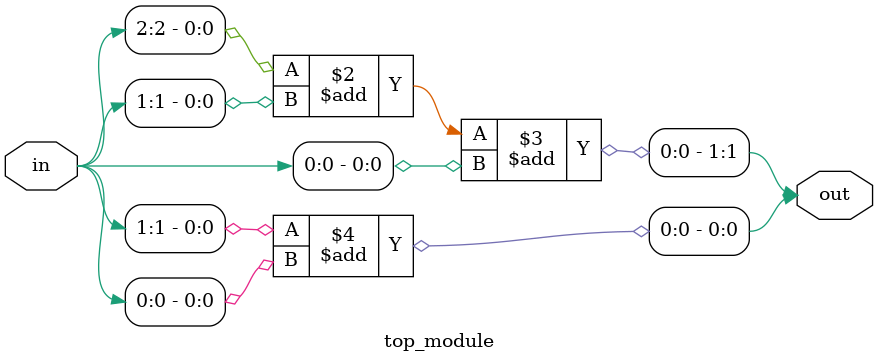
<source format=sv>
module top_module (
	input [2:0] in,
	output reg [1:0] out
);

always @(*) begin
	out[1] <= in[2] + in[1] + in[0];
	out[0] <= in[1] + in[0];
end

endmodule

</source>
